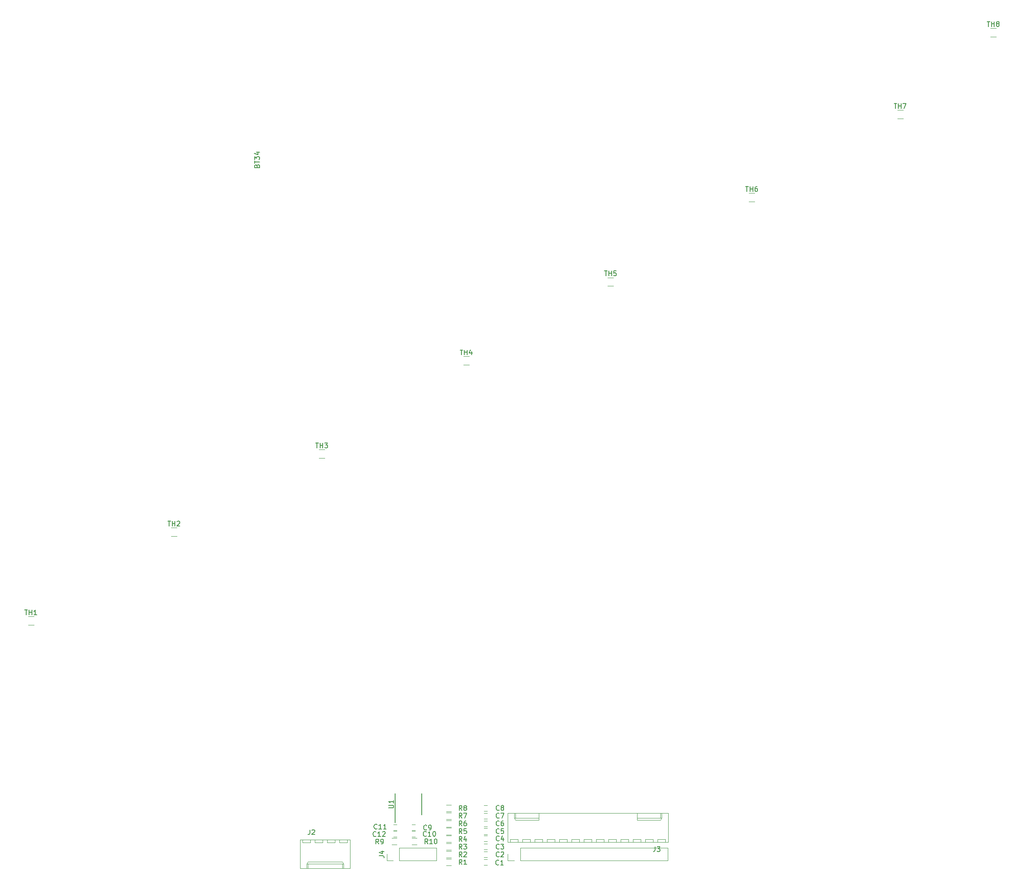
<source format=gbr>
G04 #@! TF.GenerationSoftware,KiCad,Pcbnew,5.1.0-unknown-c054944~86~ubuntu19.04.1*
G04 #@! TF.CreationDate,2019-05-13T16:05:13-04:00*
G04 #@! TF.ProjectId,pack,7061636b-2e6b-4696-9361-645f70636258,rev?*
G04 #@! TF.SameCoordinates,Original*
G04 #@! TF.FileFunction,Legend,Top*
G04 #@! TF.FilePolarity,Positive*
%FSLAX46Y46*%
G04 Gerber Fmt 4.6, Leading zero omitted, Abs format (unit mm)*
G04 Created by KiCad (PCBNEW 5.1.0-unknown-c054944~86~ubuntu19.04.1) date 2019-05-13 16:05:13*
%MOMM*%
%LPD*%
G04 APERTURE LIST*
%ADD10C,0.120000*%
%ADD11C,0.150000*%
G04 APERTURE END LIST*
D10*
X158870000Y-185520000D02*
X158870000Y-179520000D01*
X158870000Y-179520000D02*
X125650000Y-179520000D01*
X125650000Y-179520000D02*
X125650000Y-185520000D01*
X125650000Y-185520000D02*
X158870000Y-185520000D01*
X157500000Y-179520000D02*
X157500000Y-180520000D01*
X157500000Y-180520000D02*
X152420000Y-180520000D01*
X152420000Y-180520000D02*
X152420000Y-179520000D01*
X157500000Y-180520000D02*
X157250000Y-180950000D01*
X157250000Y-180950000D02*
X152420000Y-180950000D01*
X152420000Y-180950000D02*
X152420000Y-180520000D01*
X157250000Y-179520000D02*
X157250000Y-180520000D01*
X127020000Y-179520000D02*
X127020000Y-180520000D01*
X127020000Y-180520000D02*
X132100000Y-180520000D01*
X132100000Y-180520000D02*
X132100000Y-179520000D01*
X127020000Y-180520000D02*
X127270000Y-180950000D01*
X127270000Y-180950000D02*
X132100000Y-180950000D01*
X132100000Y-180950000D02*
X132100000Y-180520000D01*
X127270000Y-179520000D02*
X127270000Y-180520000D01*
X158300000Y-185520000D02*
X158300000Y-184900000D01*
X158300000Y-184900000D02*
X156700000Y-184900000D01*
X156700000Y-184900000D02*
X156700000Y-185520000D01*
X155760000Y-185520000D02*
X155760000Y-184900000D01*
X155760000Y-184900000D02*
X154160000Y-184900000D01*
X154160000Y-184900000D02*
X154160000Y-185520000D01*
X153220000Y-185520000D02*
X153220000Y-184900000D01*
X153220000Y-184900000D02*
X151620000Y-184900000D01*
X151620000Y-184900000D02*
X151620000Y-185520000D01*
X150680000Y-185520000D02*
X150680000Y-184900000D01*
X150680000Y-184900000D02*
X149080000Y-184900000D01*
X149080000Y-184900000D02*
X149080000Y-185520000D01*
X148140000Y-185520000D02*
X148140000Y-184900000D01*
X148140000Y-184900000D02*
X146540000Y-184900000D01*
X146540000Y-184900000D02*
X146540000Y-185520000D01*
X145600000Y-185520000D02*
X145600000Y-184900000D01*
X145600000Y-184900000D02*
X144000000Y-184900000D01*
X144000000Y-184900000D02*
X144000000Y-185520000D01*
X143060000Y-185520000D02*
X143060000Y-184900000D01*
X143060000Y-184900000D02*
X141460000Y-184900000D01*
X141460000Y-184900000D02*
X141460000Y-185520000D01*
X140520000Y-185520000D02*
X140520000Y-184900000D01*
X140520000Y-184900000D02*
X138920000Y-184900000D01*
X138920000Y-184900000D02*
X138920000Y-185520000D01*
X137980000Y-185520000D02*
X137980000Y-184900000D01*
X137980000Y-184900000D02*
X136380000Y-184900000D01*
X136380000Y-184900000D02*
X136380000Y-185520000D01*
X135440000Y-185520000D02*
X135440000Y-184900000D01*
X135440000Y-184900000D02*
X133840000Y-184900000D01*
X133840000Y-184900000D02*
X133840000Y-185520000D01*
X132900000Y-185520000D02*
X132900000Y-184900000D01*
X132900000Y-184900000D02*
X131300000Y-184900000D01*
X131300000Y-184900000D02*
X131300000Y-185520000D01*
X130360000Y-185520000D02*
X130360000Y-184900000D01*
X130360000Y-184900000D02*
X128760000Y-184900000D01*
X128760000Y-184900000D02*
X128760000Y-185520000D01*
X127820000Y-185520000D02*
X127820000Y-184900000D01*
X127820000Y-184900000D02*
X126220000Y-184900000D01*
X126220000Y-184900000D02*
X126220000Y-185520000D01*
X110950000Y-189330000D02*
X110950000Y-186670000D01*
X103270000Y-189330000D02*
X110950000Y-189330000D01*
X103270000Y-186670000D02*
X110950000Y-186670000D01*
X103270000Y-189330000D02*
X103270000Y-186670000D01*
X102000000Y-189330000D02*
X100670000Y-189330000D01*
X100670000Y-189330000D02*
X100670000Y-188000000D01*
X102047800Y-183248000D02*
X102747800Y-183248000D01*
X102747800Y-184448000D02*
X102047800Y-184448000D01*
X102047800Y-181848000D02*
X102747800Y-181848000D01*
X102747800Y-183048000D02*
X102047800Y-183048000D01*
D11*
X107905800Y-179871600D02*
X107905800Y-175471600D01*
X102380800Y-181446600D02*
X102380800Y-175471600D01*
D10*
X226718000Y-18791000D02*
X225518000Y-18791000D01*
X225518000Y-17031000D02*
X226718000Y-17031000D01*
X207457600Y-35750200D02*
X206257600Y-35750200D01*
X206257600Y-33990200D02*
X207457600Y-33990200D01*
X176770600Y-52939600D02*
X175570600Y-52939600D01*
X175570600Y-51179600D02*
X176770600Y-51179600D01*
X106897800Y-186028000D02*
X105897800Y-186028000D01*
X105897800Y-184668000D02*
X106897800Y-184668000D01*
X101697800Y-184668000D02*
X102697800Y-184668000D01*
X102697800Y-186028000D02*
X101697800Y-186028000D01*
X113991800Y-179159600D02*
X112991800Y-179159600D01*
X112991800Y-177799600D02*
X113991800Y-177799600D01*
X113991800Y-180759600D02*
X112991800Y-180759600D01*
X112991800Y-179399600D02*
X113991800Y-179399600D01*
X113991800Y-182359600D02*
X112991800Y-182359600D01*
X112991800Y-180999600D02*
X113991800Y-180999600D01*
X113991800Y-183959600D02*
X112991800Y-183959600D01*
X112991800Y-182599600D02*
X113991800Y-182599600D01*
X113991800Y-185559600D02*
X112991800Y-185559600D01*
X112991800Y-184199600D02*
X113991800Y-184199600D01*
X113991800Y-187159600D02*
X112991800Y-187159600D01*
X112991800Y-185799600D02*
X113991800Y-185799600D01*
X113991800Y-188759600D02*
X112991800Y-188759600D01*
X112991800Y-187399600D02*
X113991800Y-187399600D01*
X113991800Y-190359600D02*
X112991800Y-190359600D01*
X112991800Y-188999600D02*
X113991800Y-188999600D01*
X82730000Y-184980000D02*
X82730000Y-190980000D01*
X82730000Y-190980000D02*
X93090000Y-190980000D01*
X93090000Y-190980000D02*
X93090000Y-184980000D01*
X93090000Y-184980000D02*
X82730000Y-184980000D01*
X84100000Y-190980000D02*
X84100000Y-189980000D01*
X84100000Y-189980000D02*
X91720000Y-189980000D01*
X91720000Y-189980000D02*
X91720000Y-190980000D01*
X84100000Y-189980000D02*
X84350000Y-189550000D01*
X84350000Y-189550000D02*
X91470000Y-189550000D01*
X91470000Y-189550000D02*
X91720000Y-189980000D01*
X84350000Y-190980000D02*
X84350000Y-189980000D01*
X91470000Y-190980000D02*
X91470000Y-189980000D01*
X83300000Y-184980000D02*
X83300000Y-185600000D01*
X83300000Y-185600000D02*
X84900000Y-185600000D01*
X84900000Y-185600000D02*
X84900000Y-184980000D01*
X85840000Y-184980000D02*
X85840000Y-185600000D01*
X85840000Y-185600000D02*
X87440000Y-185600000D01*
X87440000Y-185600000D02*
X87440000Y-184980000D01*
X88380000Y-184980000D02*
X88380000Y-185600000D01*
X88380000Y-185600000D02*
X89980000Y-185600000D01*
X89980000Y-185600000D02*
X89980000Y-184980000D01*
X90920000Y-184980000D02*
X90920000Y-185600000D01*
X90920000Y-185600000D02*
X92520000Y-185600000D01*
X92520000Y-185600000D02*
X92520000Y-184980000D01*
X105847800Y-183248000D02*
X106547800Y-183248000D01*
X106547800Y-184448000D02*
X105847800Y-184448000D01*
X105847800Y-181848000D02*
X106547800Y-181848000D01*
X106547800Y-183048000D02*
X105847800Y-183048000D01*
X120740800Y-177879600D02*
X121440800Y-177879600D01*
X121440800Y-179079600D02*
X120740800Y-179079600D01*
X120740800Y-179479600D02*
X121440800Y-179479600D01*
X121440800Y-180679600D02*
X120740800Y-180679600D01*
X120740800Y-181079600D02*
X121440800Y-181079600D01*
X121440800Y-182279600D02*
X120740800Y-182279600D01*
X120740800Y-182679600D02*
X121440800Y-182679600D01*
X121440800Y-183879600D02*
X120740800Y-183879600D01*
X120740800Y-184179600D02*
X121440800Y-184179600D01*
X121440800Y-185379600D02*
X120740800Y-185379600D01*
X120740800Y-185879600D02*
X121440800Y-185879600D01*
X121440800Y-187079600D02*
X120740800Y-187079600D01*
X120740800Y-187479600D02*
X121440800Y-187479600D01*
X121440800Y-188679600D02*
X120740800Y-188679600D01*
X120740800Y-189079600D02*
X121440800Y-189079600D01*
X121440800Y-190279600D02*
X120740800Y-190279600D01*
X158810000Y-189330000D02*
X158810000Y-186670000D01*
X128270000Y-189330000D02*
X158810000Y-189330000D01*
X128270000Y-186670000D02*
X158810000Y-186670000D01*
X128270000Y-189330000D02*
X128270000Y-186670000D01*
X127000000Y-189330000D02*
X125670000Y-189330000D01*
X125670000Y-189330000D02*
X125670000Y-188000000D01*
X147564400Y-70410000D02*
X146364400Y-70410000D01*
X146364400Y-68650000D02*
X147564400Y-68650000D01*
X116523200Y-84917400D02*
X117723200Y-84917400D01*
X117723200Y-86677400D02*
X116523200Y-86677400D01*
X87852800Y-106018800D02*
X86652800Y-106018800D01*
X86652800Y-104258800D02*
X87852800Y-104258800D01*
X57292800Y-122185400D02*
X56092800Y-122185400D01*
X56092800Y-120425400D02*
X57292800Y-120425400D01*
X27700000Y-140580000D02*
X26500000Y-140580000D01*
X26500000Y-138820000D02*
X27700000Y-138820000D01*
D11*
X156166666Y-186452380D02*
X156166666Y-187166666D01*
X156119047Y-187309523D01*
X156023809Y-187404761D01*
X155880952Y-187452380D01*
X155785714Y-187452380D01*
X156547619Y-186452380D02*
X157166666Y-186452380D01*
X156833333Y-186833333D01*
X156976190Y-186833333D01*
X157071428Y-186880952D01*
X157119047Y-186928571D01*
X157166666Y-187023809D01*
X157166666Y-187261904D01*
X157119047Y-187357142D01*
X157071428Y-187404761D01*
X156976190Y-187452380D01*
X156690476Y-187452380D01*
X156595238Y-187404761D01*
X156547619Y-187357142D01*
X99122380Y-188333333D02*
X99836666Y-188333333D01*
X99979523Y-188380952D01*
X100074761Y-188476190D01*
X100122380Y-188619047D01*
X100122380Y-188714285D01*
X99455714Y-187428571D02*
X100122380Y-187428571D01*
X99074761Y-187666666D02*
X99789047Y-187904761D01*
X99789047Y-187285714D01*
X73830371Y-45535904D02*
X73877990Y-45393047D01*
X73925609Y-45345428D01*
X74020847Y-45297809D01*
X74163704Y-45297809D01*
X74258942Y-45345428D01*
X74306561Y-45393047D01*
X74354180Y-45488285D01*
X74354180Y-45869238D01*
X73354180Y-45869238D01*
X73354180Y-45535904D01*
X73401800Y-45440666D01*
X73449419Y-45393047D01*
X73544657Y-45345428D01*
X73639895Y-45345428D01*
X73735133Y-45393047D01*
X73782752Y-45440666D01*
X73830371Y-45535904D01*
X73830371Y-45869238D01*
X73354180Y-45012095D02*
X73354180Y-44440666D01*
X74354180Y-44726380D02*
X73354180Y-44726380D01*
X73354180Y-44202571D02*
X73354180Y-43583523D01*
X73735133Y-43916857D01*
X73735133Y-43774000D01*
X73782752Y-43678761D01*
X73830371Y-43631142D01*
X73925609Y-43583523D01*
X74163704Y-43583523D01*
X74258942Y-43631142D01*
X74306561Y-43678761D01*
X74354180Y-43774000D01*
X74354180Y-44059714D01*
X74306561Y-44154952D01*
X74258942Y-44202571D01*
X73687514Y-42726380D02*
X74354180Y-42726380D01*
X73306561Y-42964476D02*
X74020847Y-43202571D01*
X74020847Y-42583523D01*
X98454942Y-184255142D02*
X98407323Y-184302761D01*
X98264466Y-184350380D01*
X98169228Y-184350380D01*
X98026371Y-184302761D01*
X97931133Y-184207523D01*
X97883514Y-184112285D01*
X97835895Y-183921809D01*
X97835895Y-183778952D01*
X97883514Y-183588476D01*
X97931133Y-183493238D01*
X98026371Y-183398000D01*
X98169228Y-183350380D01*
X98264466Y-183350380D01*
X98407323Y-183398000D01*
X98454942Y-183445619D01*
X99407323Y-184350380D02*
X98835895Y-184350380D01*
X99121609Y-184350380D02*
X99121609Y-183350380D01*
X99026371Y-183493238D01*
X98931133Y-183588476D01*
X98835895Y-183636095D01*
X99788276Y-183445619D02*
X99835895Y-183398000D01*
X99931133Y-183350380D01*
X100169228Y-183350380D01*
X100264466Y-183398000D01*
X100312085Y-183445619D01*
X100359704Y-183540857D01*
X100359704Y-183636095D01*
X100312085Y-183778952D01*
X99740657Y-184350380D01*
X100359704Y-184350380D01*
X98654942Y-182705142D02*
X98607323Y-182752761D01*
X98464466Y-182800380D01*
X98369228Y-182800380D01*
X98226371Y-182752761D01*
X98131133Y-182657523D01*
X98083514Y-182562285D01*
X98035895Y-182371809D01*
X98035895Y-182228952D01*
X98083514Y-182038476D01*
X98131133Y-181943238D01*
X98226371Y-181848000D01*
X98369228Y-181800380D01*
X98464466Y-181800380D01*
X98607323Y-181848000D01*
X98654942Y-181895619D01*
X99607323Y-182800380D02*
X99035895Y-182800380D01*
X99321609Y-182800380D02*
X99321609Y-181800380D01*
X99226371Y-181943238D01*
X99131133Y-182038476D01*
X99035895Y-182086095D01*
X100559704Y-182800380D02*
X99988276Y-182800380D01*
X100273990Y-182800380D02*
X100273990Y-181800380D01*
X100178752Y-181943238D01*
X100083514Y-182038476D01*
X99988276Y-182086095D01*
X101083180Y-178433504D02*
X101892704Y-178433504D01*
X101987942Y-178385885D01*
X102035561Y-178338266D01*
X102083180Y-178243028D01*
X102083180Y-178052552D01*
X102035561Y-177957314D01*
X101987942Y-177909695D01*
X101892704Y-177862076D01*
X101083180Y-177862076D01*
X102083180Y-176862076D02*
X102083180Y-177433504D01*
X102083180Y-177147790D02*
X101083180Y-177147790D01*
X101226038Y-177243028D01*
X101321276Y-177338266D01*
X101368895Y-177433504D01*
X224832285Y-15663380D02*
X225403714Y-15663380D01*
X225118000Y-16663380D02*
X225118000Y-15663380D01*
X225737047Y-16663380D02*
X225737047Y-15663380D01*
X225737047Y-16139571D02*
X226308476Y-16139571D01*
X226308476Y-16663380D02*
X226308476Y-15663380D01*
X226927523Y-16091952D02*
X226832285Y-16044333D01*
X226784666Y-15996714D01*
X226737047Y-15901476D01*
X226737047Y-15853857D01*
X226784666Y-15758619D01*
X226832285Y-15711000D01*
X226927523Y-15663380D01*
X227118000Y-15663380D01*
X227213238Y-15711000D01*
X227260857Y-15758619D01*
X227308476Y-15853857D01*
X227308476Y-15901476D01*
X227260857Y-15996714D01*
X227213238Y-16044333D01*
X227118000Y-16091952D01*
X226927523Y-16091952D01*
X226832285Y-16139571D01*
X226784666Y-16187190D01*
X226737047Y-16282428D01*
X226737047Y-16472904D01*
X226784666Y-16568142D01*
X226832285Y-16615761D01*
X226927523Y-16663380D01*
X227118000Y-16663380D01*
X227213238Y-16615761D01*
X227260857Y-16568142D01*
X227308476Y-16472904D01*
X227308476Y-16282428D01*
X227260857Y-16187190D01*
X227213238Y-16139571D01*
X227118000Y-16091952D01*
X205571885Y-32622580D02*
X206143314Y-32622580D01*
X205857600Y-33622580D02*
X205857600Y-32622580D01*
X206476647Y-33622580D02*
X206476647Y-32622580D01*
X206476647Y-33098771D02*
X207048076Y-33098771D01*
X207048076Y-33622580D02*
X207048076Y-32622580D01*
X207429028Y-32622580D02*
X208095695Y-32622580D01*
X207667123Y-33622580D01*
X174884885Y-49811980D02*
X175456314Y-49811980D01*
X175170600Y-50811980D02*
X175170600Y-49811980D01*
X175789647Y-50811980D02*
X175789647Y-49811980D01*
X175789647Y-50288171D02*
X176361076Y-50288171D01*
X176361076Y-50811980D02*
X176361076Y-49811980D01*
X177265838Y-49811980D02*
X177075361Y-49811980D01*
X176980123Y-49859600D01*
X176932504Y-49907219D01*
X176837266Y-50050076D01*
X176789647Y-50240552D01*
X176789647Y-50621504D01*
X176837266Y-50716742D01*
X176884885Y-50764361D01*
X176980123Y-50811980D01*
X177170600Y-50811980D01*
X177265838Y-50764361D01*
X177313457Y-50716742D01*
X177361076Y-50621504D01*
X177361076Y-50383409D01*
X177313457Y-50288171D01*
X177265838Y-50240552D01*
X177170600Y-50192933D01*
X176980123Y-50192933D01*
X176884885Y-50240552D01*
X176837266Y-50288171D01*
X176789647Y-50383409D01*
X109157142Y-185852380D02*
X108823809Y-185376190D01*
X108585714Y-185852380D02*
X108585714Y-184852380D01*
X108966666Y-184852380D01*
X109061904Y-184900000D01*
X109109523Y-184947619D01*
X109157142Y-185042857D01*
X109157142Y-185185714D01*
X109109523Y-185280952D01*
X109061904Y-185328571D01*
X108966666Y-185376190D01*
X108585714Y-185376190D01*
X110109523Y-185852380D02*
X109538095Y-185852380D01*
X109823809Y-185852380D02*
X109823809Y-184852380D01*
X109728571Y-184995238D01*
X109633333Y-185090476D01*
X109538095Y-185138095D01*
X110728571Y-184852380D02*
X110823809Y-184852380D01*
X110919047Y-184900000D01*
X110966666Y-184947619D01*
X111014285Y-185042857D01*
X111061904Y-185233333D01*
X111061904Y-185471428D01*
X111014285Y-185661904D01*
X110966666Y-185757142D01*
X110919047Y-185804761D01*
X110823809Y-185852380D01*
X110728571Y-185852380D01*
X110633333Y-185804761D01*
X110585714Y-185757142D01*
X110538095Y-185661904D01*
X110490476Y-185471428D01*
X110490476Y-185233333D01*
X110538095Y-185042857D01*
X110585714Y-184947619D01*
X110633333Y-184900000D01*
X110728571Y-184852380D01*
X99031133Y-185900380D02*
X98697800Y-185424190D01*
X98459704Y-185900380D02*
X98459704Y-184900380D01*
X98840657Y-184900380D01*
X98935895Y-184948000D01*
X98983514Y-184995619D01*
X99031133Y-185090857D01*
X99031133Y-185233714D01*
X98983514Y-185328952D01*
X98935895Y-185376571D01*
X98840657Y-185424190D01*
X98459704Y-185424190D01*
X99507323Y-185900380D02*
X99697800Y-185900380D01*
X99793038Y-185852761D01*
X99840657Y-185805142D01*
X99935895Y-185662285D01*
X99983514Y-185471809D01*
X99983514Y-185090857D01*
X99935895Y-184995619D01*
X99888276Y-184948000D01*
X99793038Y-184900380D01*
X99602561Y-184900380D01*
X99507323Y-184948000D01*
X99459704Y-184995619D01*
X99412085Y-185090857D01*
X99412085Y-185328952D01*
X99459704Y-185424190D01*
X99507323Y-185471809D01*
X99602561Y-185519428D01*
X99793038Y-185519428D01*
X99888276Y-185471809D01*
X99935895Y-185424190D01*
X99983514Y-185328952D01*
X116233333Y-178952380D02*
X115900000Y-178476190D01*
X115661904Y-178952380D02*
X115661904Y-177952380D01*
X116042857Y-177952380D01*
X116138095Y-178000000D01*
X116185714Y-178047619D01*
X116233333Y-178142857D01*
X116233333Y-178285714D01*
X116185714Y-178380952D01*
X116138095Y-178428571D01*
X116042857Y-178476190D01*
X115661904Y-178476190D01*
X116804761Y-178380952D02*
X116709523Y-178333333D01*
X116661904Y-178285714D01*
X116614285Y-178190476D01*
X116614285Y-178142857D01*
X116661904Y-178047619D01*
X116709523Y-178000000D01*
X116804761Y-177952380D01*
X116995238Y-177952380D01*
X117090476Y-178000000D01*
X117138095Y-178047619D01*
X117185714Y-178142857D01*
X117185714Y-178190476D01*
X117138095Y-178285714D01*
X117090476Y-178333333D01*
X116995238Y-178380952D01*
X116804761Y-178380952D01*
X116709523Y-178428571D01*
X116661904Y-178476190D01*
X116614285Y-178571428D01*
X116614285Y-178761904D01*
X116661904Y-178857142D01*
X116709523Y-178904761D01*
X116804761Y-178952380D01*
X116995238Y-178952380D01*
X117090476Y-178904761D01*
X117138095Y-178857142D01*
X117185714Y-178761904D01*
X117185714Y-178571428D01*
X117138095Y-178476190D01*
X117090476Y-178428571D01*
X116995238Y-178380952D01*
X116233333Y-180531980D02*
X115900000Y-180055790D01*
X115661904Y-180531980D02*
X115661904Y-179531980D01*
X116042857Y-179531980D01*
X116138095Y-179579600D01*
X116185714Y-179627219D01*
X116233333Y-179722457D01*
X116233333Y-179865314D01*
X116185714Y-179960552D01*
X116138095Y-180008171D01*
X116042857Y-180055790D01*
X115661904Y-180055790D01*
X116566666Y-179531980D02*
X117233333Y-179531980D01*
X116804761Y-180531980D01*
X116233333Y-182152380D02*
X115900000Y-181676190D01*
X115661904Y-182152380D02*
X115661904Y-181152380D01*
X116042857Y-181152380D01*
X116138095Y-181200000D01*
X116185714Y-181247619D01*
X116233333Y-181342857D01*
X116233333Y-181485714D01*
X116185714Y-181580952D01*
X116138095Y-181628571D01*
X116042857Y-181676190D01*
X115661904Y-181676190D01*
X117090476Y-181152380D02*
X116900000Y-181152380D01*
X116804761Y-181200000D01*
X116757142Y-181247619D01*
X116661904Y-181390476D01*
X116614285Y-181580952D01*
X116614285Y-181961904D01*
X116661904Y-182057142D01*
X116709523Y-182104761D01*
X116804761Y-182152380D01*
X116995238Y-182152380D01*
X117090476Y-182104761D01*
X117138095Y-182057142D01*
X117185714Y-181961904D01*
X117185714Y-181723809D01*
X117138095Y-181628571D01*
X117090476Y-181580952D01*
X116995238Y-181533333D01*
X116804761Y-181533333D01*
X116709523Y-181580952D01*
X116661904Y-181628571D01*
X116614285Y-181723809D01*
X116233333Y-183731980D02*
X115900000Y-183255790D01*
X115661904Y-183731980D02*
X115661904Y-182731980D01*
X116042857Y-182731980D01*
X116138095Y-182779600D01*
X116185714Y-182827219D01*
X116233333Y-182922457D01*
X116233333Y-183065314D01*
X116185714Y-183160552D01*
X116138095Y-183208171D01*
X116042857Y-183255790D01*
X115661904Y-183255790D01*
X117138095Y-182731980D02*
X116661904Y-182731980D01*
X116614285Y-183208171D01*
X116661904Y-183160552D01*
X116757142Y-183112933D01*
X116995238Y-183112933D01*
X117090476Y-183160552D01*
X117138095Y-183208171D01*
X117185714Y-183303409D01*
X117185714Y-183541504D01*
X117138095Y-183636742D01*
X117090476Y-183684361D01*
X116995238Y-183731980D01*
X116757142Y-183731980D01*
X116661904Y-183684361D01*
X116614285Y-183636742D01*
X116233333Y-185331980D02*
X115900000Y-184855790D01*
X115661904Y-185331980D02*
X115661904Y-184331980D01*
X116042857Y-184331980D01*
X116138095Y-184379600D01*
X116185714Y-184427219D01*
X116233333Y-184522457D01*
X116233333Y-184665314D01*
X116185714Y-184760552D01*
X116138095Y-184808171D01*
X116042857Y-184855790D01*
X115661904Y-184855790D01*
X117090476Y-184665314D02*
X117090476Y-185331980D01*
X116852380Y-184284361D02*
X116614285Y-184998647D01*
X117233333Y-184998647D01*
X116233333Y-186952380D02*
X115900000Y-186476190D01*
X115661904Y-186952380D02*
X115661904Y-185952380D01*
X116042857Y-185952380D01*
X116138095Y-186000000D01*
X116185714Y-186047619D01*
X116233333Y-186142857D01*
X116233333Y-186285714D01*
X116185714Y-186380952D01*
X116138095Y-186428571D01*
X116042857Y-186476190D01*
X115661904Y-186476190D01*
X116566666Y-185952380D02*
X117185714Y-185952380D01*
X116852380Y-186333333D01*
X116995238Y-186333333D01*
X117090476Y-186380952D01*
X117138095Y-186428571D01*
X117185714Y-186523809D01*
X117185714Y-186761904D01*
X117138095Y-186857142D01*
X117090476Y-186904761D01*
X116995238Y-186952380D01*
X116709523Y-186952380D01*
X116614285Y-186904761D01*
X116566666Y-186857142D01*
X116233333Y-188531980D02*
X115900000Y-188055790D01*
X115661904Y-188531980D02*
X115661904Y-187531980D01*
X116042857Y-187531980D01*
X116138095Y-187579600D01*
X116185714Y-187627219D01*
X116233333Y-187722457D01*
X116233333Y-187865314D01*
X116185714Y-187960552D01*
X116138095Y-188008171D01*
X116042857Y-188055790D01*
X115661904Y-188055790D01*
X116614285Y-187627219D02*
X116661904Y-187579600D01*
X116757142Y-187531980D01*
X116995238Y-187531980D01*
X117090476Y-187579600D01*
X117138095Y-187627219D01*
X117185714Y-187722457D01*
X117185714Y-187817695D01*
X117138095Y-187960552D01*
X116566666Y-188531980D01*
X117185714Y-188531980D01*
X116233333Y-190131980D02*
X115900000Y-189655790D01*
X115661904Y-190131980D02*
X115661904Y-189131980D01*
X116042857Y-189131980D01*
X116138095Y-189179600D01*
X116185714Y-189227219D01*
X116233333Y-189322457D01*
X116233333Y-189465314D01*
X116185714Y-189560552D01*
X116138095Y-189608171D01*
X116042857Y-189655790D01*
X115661904Y-189655790D01*
X117185714Y-190131980D02*
X116614285Y-190131980D01*
X116900000Y-190131980D02*
X116900000Y-189131980D01*
X116804761Y-189274838D01*
X116709523Y-189370076D01*
X116614285Y-189417695D01*
X84766666Y-182952380D02*
X84766666Y-183666666D01*
X84719047Y-183809523D01*
X84623809Y-183904761D01*
X84480952Y-183952380D01*
X84385714Y-183952380D01*
X85195238Y-183047619D02*
X85242857Y-183000000D01*
X85338095Y-182952380D01*
X85576190Y-182952380D01*
X85671428Y-183000000D01*
X85719047Y-183047619D01*
X85766666Y-183142857D01*
X85766666Y-183238095D01*
X85719047Y-183380952D01*
X85147619Y-183952380D01*
X85766666Y-183952380D01*
X108854942Y-184205142D02*
X108807323Y-184252761D01*
X108664466Y-184300380D01*
X108569228Y-184300380D01*
X108426371Y-184252761D01*
X108331133Y-184157523D01*
X108283514Y-184062285D01*
X108235895Y-183871809D01*
X108235895Y-183728952D01*
X108283514Y-183538476D01*
X108331133Y-183443238D01*
X108426371Y-183348000D01*
X108569228Y-183300380D01*
X108664466Y-183300380D01*
X108807323Y-183348000D01*
X108854942Y-183395619D01*
X109807323Y-184300380D02*
X109235895Y-184300380D01*
X109521609Y-184300380D02*
X109521609Y-183300380D01*
X109426371Y-183443238D01*
X109331133Y-183538476D01*
X109235895Y-183586095D01*
X110426371Y-183300380D02*
X110521609Y-183300380D01*
X110616847Y-183348000D01*
X110664466Y-183395619D01*
X110712085Y-183490857D01*
X110759704Y-183681333D01*
X110759704Y-183919428D01*
X110712085Y-184109904D01*
X110664466Y-184205142D01*
X110616847Y-184252761D01*
X110521609Y-184300380D01*
X110426371Y-184300380D01*
X110331133Y-184252761D01*
X110283514Y-184205142D01*
X110235895Y-184109904D01*
X110188276Y-183919428D01*
X110188276Y-183681333D01*
X110235895Y-183490857D01*
X110283514Y-183395619D01*
X110331133Y-183348000D01*
X110426371Y-183300380D01*
X108931133Y-182905142D02*
X108883514Y-182952761D01*
X108740657Y-183000380D01*
X108645419Y-183000380D01*
X108502561Y-182952761D01*
X108407323Y-182857523D01*
X108359704Y-182762285D01*
X108312085Y-182571809D01*
X108312085Y-182428952D01*
X108359704Y-182238476D01*
X108407323Y-182143238D01*
X108502561Y-182048000D01*
X108645419Y-182000380D01*
X108740657Y-182000380D01*
X108883514Y-182048000D01*
X108931133Y-182095619D01*
X109407323Y-183000380D02*
X109597800Y-183000380D01*
X109693038Y-182952761D01*
X109740657Y-182905142D01*
X109835895Y-182762285D01*
X109883514Y-182571809D01*
X109883514Y-182190857D01*
X109835895Y-182095619D01*
X109788276Y-182048000D01*
X109693038Y-182000380D01*
X109502561Y-182000380D01*
X109407323Y-182048000D01*
X109359704Y-182095619D01*
X109312085Y-182190857D01*
X109312085Y-182428952D01*
X109359704Y-182524190D01*
X109407323Y-182571809D01*
X109502561Y-182619428D01*
X109693038Y-182619428D01*
X109788276Y-182571809D01*
X109835895Y-182524190D01*
X109883514Y-182428952D01*
X123924133Y-178836742D02*
X123876514Y-178884361D01*
X123733657Y-178931980D01*
X123638419Y-178931980D01*
X123495561Y-178884361D01*
X123400323Y-178789123D01*
X123352704Y-178693885D01*
X123305085Y-178503409D01*
X123305085Y-178360552D01*
X123352704Y-178170076D01*
X123400323Y-178074838D01*
X123495561Y-177979600D01*
X123638419Y-177931980D01*
X123733657Y-177931980D01*
X123876514Y-177979600D01*
X123924133Y-178027219D01*
X124495561Y-178360552D02*
X124400323Y-178312933D01*
X124352704Y-178265314D01*
X124305085Y-178170076D01*
X124305085Y-178122457D01*
X124352704Y-178027219D01*
X124400323Y-177979600D01*
X124495561Y-177931980D01*
X124686038Y-177931980D01*
X124781276Y-177979600D01*
X124828895Y-178027219D01*
X124876514Y-178122457D01*
X124876514Y-178170076D01*
X124828895Y-178265314D01*
X124781276Y-178312933D01*
X124686038Y-178360552D01*
X124495561Y-178360552D01*
X124400323Y-178408171D01*
X124352704Y-178455790D01*
X124305085Y-178551028D01*
X124305085Y-178741504D01*
X124352704Y-178836742D01*
X124400323Y-178884361D01*
X124495561Y-178931980D01*
X124686038Y-178931980D01*
X124781276Y-178884361D01*
X124828895Y-178836742D01*
X124876514Y-178741504D01*
X124876514Y-178551028D01*
X124828895Y-178455790D01*
X124781276Y-178408171D01*
X124686038Y-178360552D01*
X123924133Y-180436742D02*
X123876514Y-180484361D01*
X123733657Y-180531980D01*
X123638419Y-180531980D01*
X123495561Y-180484361D01*
X123400323Y-180389123D01*
X123352704Y-180293885D01*
X123305085Y-180103409D01*
X123305085Y-179960552D01*
X123352704Y-179770076D01*
X123400323Y-179674838D01*
X123495561Y-179579600D01*
X123638419Y-179531980D01*
X123733657Y-179531980D01*
X123876514Y-179579600D01*
X123924133Y-179627219D01*
X124257466Y-179531980D02*
X124924133Y-179531980D01*
X124495561Y-180531980D01*
X123924133Y-182036742D02*
X123876514Y-182084361D01*
X123733657Y-182131980D01*
X123638419Y-182131980D01*
X123495561Y-182084361D01*
X123400323Y-181989123D01*
X123352704Y-181893885D01*
X123305085Y-181703409D01*
X123305085Y-181560552D01*
X123352704Y-181370076D01*
X123400323Y-181274838D01*
X123495561Y-181179600D01*
X123638419Y-181131980D01*
X123733657Y-181131980D01*
X123876514Y-181179600D01*
X123924133Y-181227219D01*
X124781276Y-181131980D02*
X124590800Y-181131980D01*
X124495561Y-181179600D01*
X124447942Y-181227219D01*
X124352704Y-181370076D01*
X124305085Y-181560552D01*
X124305085Y-181941504D01*
X124352704Y-182036742D01*
X124400323Y-182084361D01*
X124495561Y-182131980D01*
X124686038Y-182131980D01*
X124781276Y-182084361D01*
X124828895Y-182036742D01*
X124876514Y-181941504D01*
X124876514Y-181703409D01*
X124828895Y-181608171D01*
X124781276Y-181560552D01*
X124686038Y-181512933D01*
X124495561Y-181512933D01*
X124400323Y-181560552D01*
X124352704Y-181608171D01*
X124305085Y-181703409D01*
X123924133Y-183636742D02*
X123876514Y-183684361D01*
X123733657Y-183731980D01*
X123638419Y-183731980D01*
X123495561Y-183684361D01*
X123400323Y-183589123D01*
X123352704Y-183493885D01*
X123305085Y-183303409D01*
X123305085Y-183160552D01*
X123352704Y-182970076D01*
X123400323Y-182874838D01*
X123495561Y-182779600D01*
X123638419Y-182731980D01*
X123733657Y-182731980D01*
X123876514Y-182779600D01*
X123924133Y-182827219D01*
X124828895Y-182731980D02*
X124352704Y-182731980D01*
X124305085Y-183208171D01*
X124352704Y-183160552D01*
X124447942Y-183112933D01*
X124686038Y-183112933D01*
X124781276Y-183160552D01*
X124828895Y-183208171D01*
X124876514Y-183303409D01*
X124876514Y-183541504D01*
X124828895Y-183636742D01*
X124781276Y-183684361D01*
X124686038Y-183731980D01*
X124447942Y-183731980D01*
X124352704Y-183684361D01*
X124305085Y-183636742D01*
X123924133Y-185136742D02*
X123876514Y-185184361D01*
X123733657Y-185231980D01*
X123638419Y-185231980D01*
X123495561Y-185184361D01*
X123400323Y-185089123D01*
X123352704Y-184993885D01*
X123305085Y-184803409D01*
X123305085Y-184660552D01*
X123352704Y-184470076D01*
X123400323Y-184374838D01*
X123495561Y-184279600D01*
X123638419Y-184231980D01*
X123733657Y-184231980D01*
X123876514Y-184279600D01*
X123924133Y-184327219D01*
X124781276Y-184565314D02*
X124781276Y-185231980D01*
X124543180Y-184184361D02*
X124305085Y-184898647D01*
X124924133Y-184898647D01*
X123924133Y-186836742D02*
X123876514Y-186884361D01*
X123733657Y-186931980D01*
X123638419Y-186931980D01*
X123495561Y-186884361D01*
X123400323Y-186789123D01*
X123352704Y-186693885D01*
X123305085Y-186503409D01*
X123305085Y-186360552D01*
X123352704Y-186170076D01*
X123400323Y-186074838D01*
X123495561Y-185979600D01*
X123638419Y-185931980D01*
X123733657Y-185931980D01*
X123876514Y-185979600D01*
X123924133Y-186027219D01*
X124257466Y-185931980D02*
X124876514Y-185931980D01*
X124543180Y-186312933D01*
X124686038Y-186312933D01*
X124781276Y-186360552D01*
X124828895Y-186408171D01*
X124876514Y-186503409D01*
X124876514Y-186741504D01*
X124828895Y-186836742D01*
X124781276Y-186884361D01*
X124686038Y-186931980D01*
X124400323Y-186931980D01*
X124305085Y-186884361D01*
X124257466Y-186836742D01*
X123924133Y-188436742D02*
X123876514Y-188484361D01*
X123733657Y-188531980D01*
X123638419Y-188531980D01*
X123495561Y-188484361D01*
X123400323Y-188389123D01*
X123352704Y-188293885D01*
X123305085Y-188103409D01*
X123305085Y-187960552D01*
X123352704Y-187770076D01*
X123400323Y-187674838D01*
X123495561Y-187579600D01*
X123638419Y-187531980D01*
X123733657Y-187531980D01*
X123876514Y-187579600D01*
X123924133Y-187627219D01*
X124305085Y-187627219D02*
X124352704Y-187579600D01*
X124447942Y-187531980D01*
X124686038Y-187531980D01*
X124781276Y-187579600D01*
X124828895Y-187627219D01*
X124876514Y-187722457D01*
X124876514Y-187817695D01*
X124828895Y-187960552D01*
X124257466Y-188531980D01*
X124876514Y-188531980D01*
X123824133Y-190136742D02*
X123776514Y-190184361D01*
X123633657Y-190231980D01*
X123538419Y-190231980D01*
X123395561Y-190184361D01*
X123300323Y-190089123D01*
X123252704Y-189993885D01*
X123205085Y-189803409D01*
X123205085Y-189660552D01*
X123252704Y-189470076D01*
X123300323Y-189374838D01*
X123395561Y-189279600D01*
X123538419Y-189231980D01*
X123633657Y-189231980D01*
X123776514Y-189279600D01*
X123824133Y-189327219D01*
X124776514Y-190231980D02*
X124205085Y-190231980D01*
X124490800Y-190231980D02*
X124490800Y-189231980D01*
X124395561Y-189374838D01*
X124300323Y-189470076D01*
X124205085Y-189517695D01*
X145678685Y-67282380D02*
X146250114Y-67282380D01*
X145964400Y-68282380D02*
X145964400Y-67282380D01*
X146583447Y-68282380D02*
X146583447Y-67282380D01*
X146583447Y-67758571D02*
X147154876Y-67758571D01*
X147154876Y-68282380D02*
X147154876Y-67282380D01*
X148107257Y-67282380D02*
X147631066Y-67282380D01*
X147583447Y-67758571D01*
X147631066Y-67710952D01*
X147726304Y-67663333D01*
X147964400Y-67663333D01*
X148059638Y-67710952D01*
X148107257Y-67758571D01*
X148154876Y-67853809D01*
X148154876Y-68091904D01*
X148107257Y-68187142D01*
X148059638Y-68234761D01*
X147964400Y-68282380D01*
X147726304Y-68282380D01*
X147631066Y-68234761D01*
X147583447Y-68187142D01*
X115837485Y-83627380D02*
X116408914Y-83627380D01*
X116123200Y-84627380D02*
X116123200Y-83627380D01*
X116742247Y-84627380D02*
X116742247Y-83627380D01*
X116742247Y-84103571D02*
X117313676Y-84103571D01*
X117313676Y-84627380D02*
X117313676Y-83627380D01*
X118218438Y-83960714D02*
X118218438Y-84627380D01*
X117980342Y-83579761D02*
X117742247Y-84294047D01*
X118361295Y-84294047D01*
X85967085Y-102891180D02*
X86538514Y-102891180D01*
X86252800Y-103891180D02*
X86252800Y-102891180D01*
X86871847Y-103891180D02*
X86871847Y-102891180D01*
X86871847Y-103367371D02*
X87443276Y-103367371D01*
X87443276Y-103891180D02*
X87443276Y-102891180D01*
X87824228Y-102891180D02*
X88443276Y-102891180D01*
X88109942Y-103272133D01*
X88252800Y-103272133D01*
X88348038Y-103319752D01*
X88395657Y-103367371D01*
X88443276Y-103462609D01*
X88443276Y-103700704D01*
X88395657Y-103795942D01*
X88348038Y-103843561D01*
X88252800Y-103891180D01*
X87967085Y-103891180D01*
X87871847Y-103843561D01*
X87824228Y-103795942D01*
X55407085Y-119057780D02*
X55978514Y-119057780D01*
X55692800Y-120057780D02*
X55692800Y-119057780D01*
X56311847Y-120057780D02*
X56311847Y-119057780D01*
X56311847Y-119533971D02*
X56883276Y-119533971D01*
X56883276Y-120057780D02*
X56883276Y-119057780D01*
X57311847Y-119153019D02*
X57359466Y-119105400D01*
X57454704Y-119057780D01*
X57692800Y-119057780D01*
X57788038Y-119105400D01*
X57835657Y-119153019D01*
X57883276Y-119248257D01*
X57883276Y-119343495D01*
X57835657Y-119486352D01*
X57264228Y-120057780D01*
X57883276Y-120057780D01*
X25814285Y-137452380D02*
X26385714Y-137452380D01*
X26100000Y-138452380D02*
X26100000Y-137452380D01*
X26719047Y-138452380D02*
X26719047Y-137452380D01*
X26719047Y-137928571D02*
X27290476Y-137928571D01*
X27290476Y-138452380D02*
X27290476Y-137452380D01*
X28290476Y-138452380D02*
X27719047Y-138452380D01*
X28004761Y-138452380D02*
X28004761Y-137452380D01*
X27909523Y-137595238D01*
X27814285Y-137690476D01*
X27719047Y-137738095D01*
M02*

</source>
